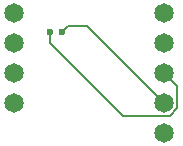
<source format=gbr>
%TF.GenerationSoftware,KiCad,Pcbnew,8.0.6*%
%TF.CreationDate,2025-01-14T14:57:28-07:00*%
%TF.ProjectId,IdealDiodeBoard,49646561-6c44-4696-9f64-65426f617264,rev?*%
%TF.SameCoordinates,Original*%
%TF.FileFunction,Copper,L1,Top*%
%TF.FilePolarity,Positive*%
%FSLAX46Y46*%
G04 Gerber Fmt 4.6, Leading zero omitted, Abs format (unit mm)*
G04 Created by KiCad (PCBNEW 8.0.6) date 2025-01-14 14:57:28*
%MOMM*%
%LPD*%
G01*
G04 APERTURE LIST*
%TA.AperFunction,ComponentPad*%
%ADD10C,1.650000*%
%TD*%
%TA.AperFunction,ViaPad*%
%ADD11C,0.600000*%
%TD*%
%TA.AperFunction,Conductor*%
%ADD12C,0.200000*%
%TD*%
G04 APERTURE END LIST*
D10*
%TO.P,J1,1*%
%TO.N,/OUT*%
X134620000Y-99060000D03*
%TO.P,J1,2*%
%TO.N,/PGTH*%
X134620000Y-96520000D03*
%TO.P,J1,3*%
%TO.N,/PG*%
X134620000Y-93980000D03*
%TO.P,J1,4*%
%TO.N,/IMON*%
X134620000Y-91440000D03*
%TO.P,J1,5*%
%TO.N,/GND*%
X134620000Y-88900000D03*
%TD*%
%TO.P,J2,1*%
%TO.N,/dVdt*%
X121920000Y-96520000D03*
%TO.P,J2,2*%
%TO.N,/OVLO*%
X121920000Y-93980000D03*
%TO.P,J2,3*%
%TO.N,/EN_UVLO*%
X121920000Y-91440000D03*
%TO.P,J2,4*%
%TO.N,/IN*%
X121920000Y-88900000D03*
%TD*%
D11*
%TO.N,/PG*%
X125000000Y-90500000D03*
%TO.N,/PGTH*%
X126000000Y-90500000D03*
%TD*%
D12*
%TO.N,/PG*%
X135745000Y-96985991D02*
X135745000Y-95105000D01*
X135745000Y-95105000D02*
X134620000Y-93980000D01*
X125000000Y-90500000D02*
X125000000Y-91500000D01*
X135085991Y-97645000D02*
X135745000Y-96985991D01*
X125000000Y-91500000D02*
X131145000Y-97645000D01*
X131145000Y-97645000D02*
X135085991Y-97645000D01*
%TO.N,/PGTH*%
X134620000Y-96520000D02*
X128100000Y-90000000D01*
X128100000Y-90000000D02*
X127000000Y-90000000D01*
X127000000Y-90000000D02*
X126500000Y-90000000D01*
X126500000Y-90000000D02*
X126000000Y-90500000D01*
%TD*%
M02*

</source>
